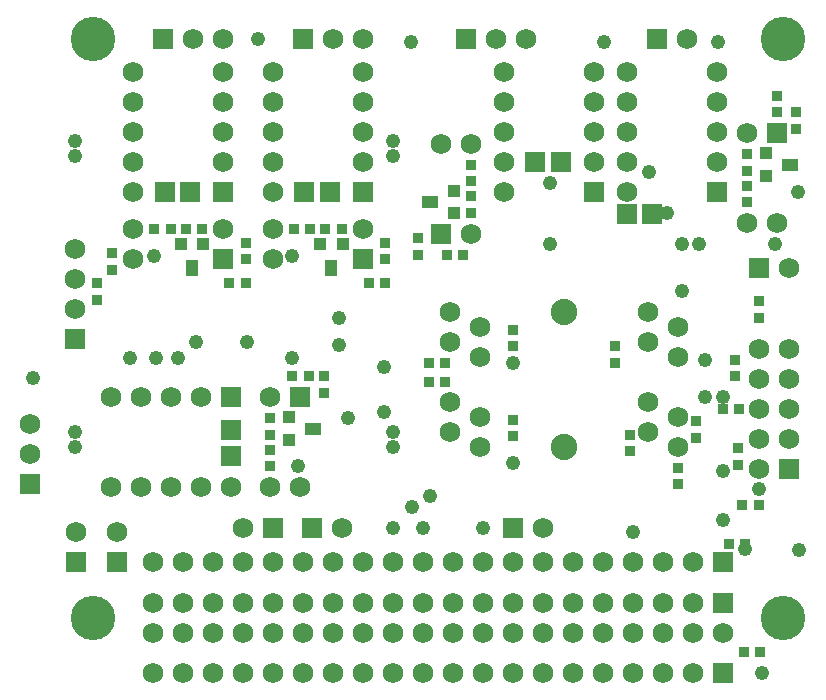
<source format=gbs>
*%FSLAX23Y23*%
*%MOIN*%
G01*
%ADD11C,0.001*%
%ADD12C,0.006*%
%ADD13C,0.007*%
%ADD14C,0.007*%
%ADD15C,0.008*%
%ADD16C,0.010*%
%ADD17C,0.012*%
%ADD18C,0.015*%
%ADD19C,0.020*%
%ADD20C,0.030*%
%ADD21C,0.040*%
%ADD22C,0.048*%
%ADD23C,0.060*%
%ADD24C,0.068*%
%ADD25C,0.070*%
%ADD26C,0.080*%
%ADD27C,0.088*%
%ADD28C,0.120*%
%ADD29C,0.140*%
%ADD30C,0.148*%
%ADD31C,0.180*%
%ADD32R,0.005X0.005*%
%ADD33R,0.009X0.009*%
%ADD34R,0.010X0.010*%
%ADD35R,0.015X0.015*%
%ADD36R,0.019X0.019*%
%ADD37R,0.020X0.020*%
%ADD38R,0.025X0.025*%
%ADD39R,0.029X0.029*%
%ADD40R,0.030X0.030*%
%ADD41R,0.030X0.030*%
%ADD42R,0.034X0.034*%
%ADD43R,0.035X0.035*%
%ADD44R,0.035X0.035*%
%ADD45R,0.035X0.050*%
%ADD46R,0.038X0.038*%
%ADD47R,0.039X0.039*%
%ADD48R,0.040X0.040*%
%ADD49R,0.043X0.043*%
%ADD50R,0.043X0.058*%
%ADD51R,0.045X0.045*%
%ADD52R,0.049X0.049*%
%ADD53R,0.050X0.035*%
%ADD54R,0.050X0.050*%
%ADD55R,0.055X0.055*%
%ADD56R,0.058X0.043*%
%ADD57R,0.059X0.059*%
%ADD58R,0.060X0.050*%
%ADD59R,0.060X0.060*%
%ADD60R,0.060X0.060*%
%ADD61R,0.065X0.065*%
%ADD62R,0.068X0.058*%
%ADD63R,0.068X0.068*%
%ADD64R,0.070X0.070*%
%ADD65R,0.075X0.075*%
%ADD66R,0.079X0.079*%
%ADD67R,0.080X0.080*%
%ADD68R,0.085X0.085*%
%ADD69R,0.090X0.090*%
%ADD70R,0.095X0.095*%
%ADD71R,0.105X0.105*%
%ADD72R,0.115X0.115*%
%ADD73R,0.120X0.120*%
%ADD74R,0.125X0.125*%
%ADD75R,0.140X0.140*%
%ADD76R,0.155X0.155*%
%ADD77R,0.185X0.185*%
D22*
X8955Y7582D02*
D03*
Y8552D02*
D03*
Y8602D02*
D03*
Y7632D02*
D03*
X10015Y8552D02*
D03*
Y8602D02*
D03*
Y7582D02*
D03*
Y7632D02*
D03*
X11245Y6827D02*
D03*
X11235Y7442D02*
D03*
X9140Y7877D02*
D03*
X9225D02*
D03*
X9700Y7517D02*
D03*
X10075Y8932D02*
D03*
X9565Y8942D02*
D03*
X9680Y8217D02*
D03*
X9220D02*
D03*
X9300Y7877D02*
D03*
X9680D02*
D03*
X11190Y7242D02*
D03*
X11100Y8932D02*
D03*
X11365Y8432D02*
D03*
X11290Y8257D02*
D03*
X8815Y7812D02*
D03*
X10315Y7312D02*
D03*
X10930Y8362D02*
D03*
X10720Y8932D02*
D03*
X10815Y7297D02*
D03*
X11115Y7337D02*
D03*
Y7502D02*
D03*
Y7747D02*
D03*
X10015Y7312D02*
D03*
X10115D02*
D03*
X10415Y7862D02*
D03*
Y7527D02*
D03*
X10980Y8257D02*
D03*
X10870Y8497D02*
D03*
X10980Y8102D02*
D03*
X11035Y8257D02*
D03*
X9985Y7697D02*
D03*
X9360Y7932D02*
D03*
X9530D02*
D03*
X9865Y7677D02*
D03*
X11055Y7747D02*
D03*
Y7872D02*
D03*
X9835Y7922D02*
D03*
X11370Y7237D02*
D03*
X9835Y8012D02*
D03*
X10540Y8462D02*
D03*
Y8257D02*
D03*
X9985Y7847D02*
D03*
X10080Y7382D02*
D03*
X10140Y7417D02*
D03*
D24*
X10205Y8032D02*
D03*
X10305Y7982D02*
D03*
X10205Y7932D02*
D03*
Y7732D02*
D03*
Y7632D02*
D03*
X10305Y7882D02*
D03*
Y7682D02*
D03*
Y7582D02*
D03*
X10865Y8032D02*
D03*
X10965Y7982D02*
D03*
X10865Y7932D02*
D03*
Y7732D02*
D03*
Y7632D02*
D03*
X10965Y7882D02*
D03*
Y7682D02*
D03*
Y7582D02*
D03*
X9915Y8942D02*
D03*
X10460D02*
D03*
X9815D02*
D03*
X10360D02*
D03*
X9150Y8307D02*
D03*
X9615D02*
D03*
X10275Y8592D02*
D03*
X11195Y8327D02*
D03*
X9605Y7747D02*
D03*
X9450Y8307D02*
D03*
X8960Y7297D02*
D03*
X9095D02*
D03*
X9515Y7312D02*
D03*
X8805Y7657D02*
D03*
X11235Y7607D02*
D03*
X8805Y7557D02*
D03*
X9605Y7447D02*
D03*
X11335Y7707D02*
D03*
X10515Y7312D02*
D03*
X9705Y7447D02*
D03*
X9150Y8207D02*
D03*
X9615D02*
D03*
X10175Y8592D02*
D03*
X11295Y8327D02*
D03*
X10995Y8942D02*
D03*
X11015Y7062D02*
D03*
X10915D02*
D03*
X10315D02*
D03*
X10815D02*
D03*
X10615D02*
D03*
X10515D02*
D03*
X10415D02*
D03*
X10215D02*
D03*
X10115D02*
D03*
X10015D02*
D03*
X9815D02*
D03*
X9715D02*
D03*
X9615D02*
D03*
X9515D02*
D03*
X9415D02*
D03*
X9315D02*
D03*
X11115Y6962D02*
D03*
X11015D02*
D03*
X10815D02*
D03*
X10715D02*
D03*
X10615D02*
D03*
X10415D02*
D03*
X10315D02*
D03*
X10115D02*
D03*
X10015D02*
D03*
X9915D02*
D03*
X9815D02*
D03*
X9615D02*
D03*
X10515D02*
D03*
X10215D02*
D03*
X9915Y7062D02*
D03*
X9715Y6962D02*
D03*
X9515D02*
D03*
X9215Y7062D02*
D03*
X10915Y6962D02*
D03*
X10715Y7062D02*
D03*
X9415Y6962D02*
D03*
X9315D02*
D03*
X9215D02*
D03*
X11235Y7807D02*
D03*
X11335D02*
D03*
X11235Y7707D02*
D03*
X11335Y7607D02*
D03*
X11235Y7507D02*
D03*
X11015Y7197D02*
D03*
X10915D02*
D03*
X10315D02*
D03*
X9915D02*
D03*
X9215D02*
D03*
X10715D02*
D03*
X10815D02*
D03*
X10615D02*
D03*
X10515D02*
D03*
X10415D02*
D03*
X10215D02*
D03*
X10115D02*
D03*
X10015D02*
D03*
X9815D02*
D03*
X9715D02*
D03*
X9615D02*
D03*
X9515D02*
D03*
X9415D02*
D03*
X9315D02*
D03*
X9415Y6827D02*
D03*
X10215D02*
D03*
X9715D02*
D03*
X9515D02*
D03*
X10915D02*
D03*
X10515D02*
D03*
X11015D02*
D03*
X10815D02*
D03*
X10715D02*
D03*
X10615D02*
D03*
X10415D02*
D03*
X10315D02*
D03*
X10115D02*
D03*
X10015D02*
D03*
X9915D02*
D03*
X9815D02*
D03*
X9615D02*
D03*
X9315D02*
D03*
X9215D02*
D03*
X11195Y8627D02*
D03*
X10275Y8292D02*
D03*
X9915Y8307D02*
D03*
X9450Y8942D02*
D03*
X9350D02*
D03*
X9450Y8732D02*
D03*
Y8532D02*
D03*
Y8632D02*
D03*
X9150Y8432D02*
D03*
Y8532D02*
D03*
Y8632D02*
D03*
Y8732D02*
D03*
Y8832D02*
D03*
X9450D02*
D03*
X9175Y7747D02*
D03*
X9375D02*
D03*
X9275D02*
D03*
X9475Y7447D02*
D03*
X9375D02*
D03*
X9275D02*
D03*
X9175D02*
D03*
X9075D02*
D03*
Y7747D02*
D03*
X11095Y8732D02*
D03*
Y8632D02*
D03*
X10795Y8432D02*
D03*
X11095Y8532D02*
D03*
X10795D02*
D03*
Y8632D02*
D03*
Y8732D02*
D03*
Y8832D02*
D03*
X11095D02*
D03*
X10685Y8732D02*
D03*
Y8532D02*
D03*
Y8632D02*
D03*
X10385Y8432D02*
D03*
Y8532D02*
D03*
Y8632D02*
D03*
Y8732D02*
D03*
Y8832D02*
D03*
X10685D02*
D03*
X9845Y7312D02*
D03*
X9915Y8732D02*
D03*
Y8532D02*
D03*
Y8632D02*
D03*
X9615Y8432D02*
D03*
Y8532D02*
D03*
Y8632D02*
D03*
Y8732D02*
D03*
Y8832D02*
D03*
X9915D02*
D03*
X11335Y7907D02*
D03*
Y8177D02*
D03*
X11235Y7907D02*
D03*
X8955Y8242D02*
D03*
Y8142D02*
D03*
Y8042D02*
D03*
D27*
X10585Y7582D02*
D03*
Y8032D02*
D03*
D30*
X9015Y7012D02*
D03*
Y8942D02*
D03*
X11315D02*
D03*
Y7012D02*
D03*
D46*
X11185Y6897D02*
D03*
X11240D02*
D03*
X11180Y7387D02*
D03*
X11235D02*
D03*
X11155Y7817D02*
D03*
Y7872D02*
D03*
X9080Y8227D02*
D03*
Y8172D02*
D03*
X10415Y7672D02*
D03*
X11025Y7667D02*
D03*
X10755Y7917D02*
D03*
X11025Y7612D02*
D03*
X9030Y8072D02*
D03*
Y8127D02*
D03*
X10755Y7862D02*
D03*
X10415Y7617D02*
D03*
Y7917D02*
D03*
Y7972D02*
D03*
X10135Y7797D02*
D03*
X10190D02*
D03*
X10805Y7567D02*
D03*
Y7622D02*
D03*
X11165Y7522D02*
D03*
Y7577D02*
D03*
X10965Y7512D02*
D03*
Y7457D02*
D03*
X11135Y7257D02*
D03*
X11190D02*
D03*
X9685Y8307D02*
D03*
X9740D02*
D03*
X9935Y8127D02*
D03*
X9990D02*
D03*
X9845Y8307D02*
D03*
X9790D02*
D03*
X9990Y8262D02*
D03*
Y8207D02*
D03*
X9220Y8307D02*
D03*
X9275D02*
D03*
X9380D02*
D03*
X9325D02*
D03*
X9470Y8127D02*
D03*
X9525D02*
D03*
Y8262D02*
D03*
Y8207D02*
D03*
X9605Y7677D02*
D03*
Y7622D02*
D03*
Y7517D02*
D03*
Y7572D02*
D03*
X10275Y8362D02*
D03*
Y8417D02*
D03*
Y8467D02*
D03*
Y8522D02*
D03*
X10100Y8277D02*
D03*
Y8222D02*
D03*
X10250D02*
D03*
X10195D02*
D03*
X11295Y8752D02*
D03*
Y8697D02*
D03*
X11360Y8642D02*
D03*
Y8697D02*
D03*
X11195Y8557D02*
D03*
Y8502D02*
D03*
Y8452D02*
D03*
Y8397D02*
D03*
X9680Y7817D02*
D03*
X9735D02*
D03*
X11170Y7707D02*
D03*
X11115D02*
D03*
X10135Y7862D02*
D03*
X10190D02*
D03*
X9785Y7762D02*
D03*
Y7817D02*
D03*
X11235Y8067D02*
D03*
Y8012D02*
D03*
D49*
X9848Y8257D02*
D03*
X9772D02*
D03*
X9308D02*
D03*
X9382D02*
D03*
X9670Y7680D02*
D03*
Y7604D02*
D03*
X10220Y8434D02*
D03*
Y8360D02*
D03*
X11260Y8560D02*
D03*
Y8484D02*
D03*
D50*
X9810Y8177D02*
D03*
X9346D02*
D03*
D56*
X9750Y7642D02*
D03*
X10140Y8396D02*
D03*
X11340Y8522D02*
D03*
D63*
X9715Y8942D02*
D03*
X10260D02*
D03*
X10895D02*
D03*
X9450Y8207D02*
D03*
X9915D02*
D03*
X10175Y8292D02*
D03*
X11295Y8627D02*
D03*
X8805Y7457D02*
D03*
X9705Y7747D02*
D03*
X10415Y7312D02*
D03*
X9615D02*
D03*
X9095Y7197D02*
D03*
X8960D02*
D03*
X11115Y7062D02*
D03*
X11335Y7507D02*
D03*
X11115Y7197D02*
D03*
Y6827D02*
D03*
X9250Y8942D02*
D03*
X9450Y8432D02*
D03*
X9475Y7747D02*
D03*
X11095Y8432D02*
D03*
X10685D02*
D03*
X9745Y7312D02*
D03*
X9915Y8432D02*
D03*
X11235Y8177D02*
D03*
X8955Y7942D02*
D03*
X9805Y8432D02*
D03*
X9720D02*
D03*
X9340D02*
D03*
X9255D02*
D03*
X9475Y7552D02*
D03*
Y7637D02*
D03*
X10575Y8532D02*
D03*
X10490D02*
D03*
X10880Y8357D02*
D03*
X10795D02*
D03*
M02*

</source>
